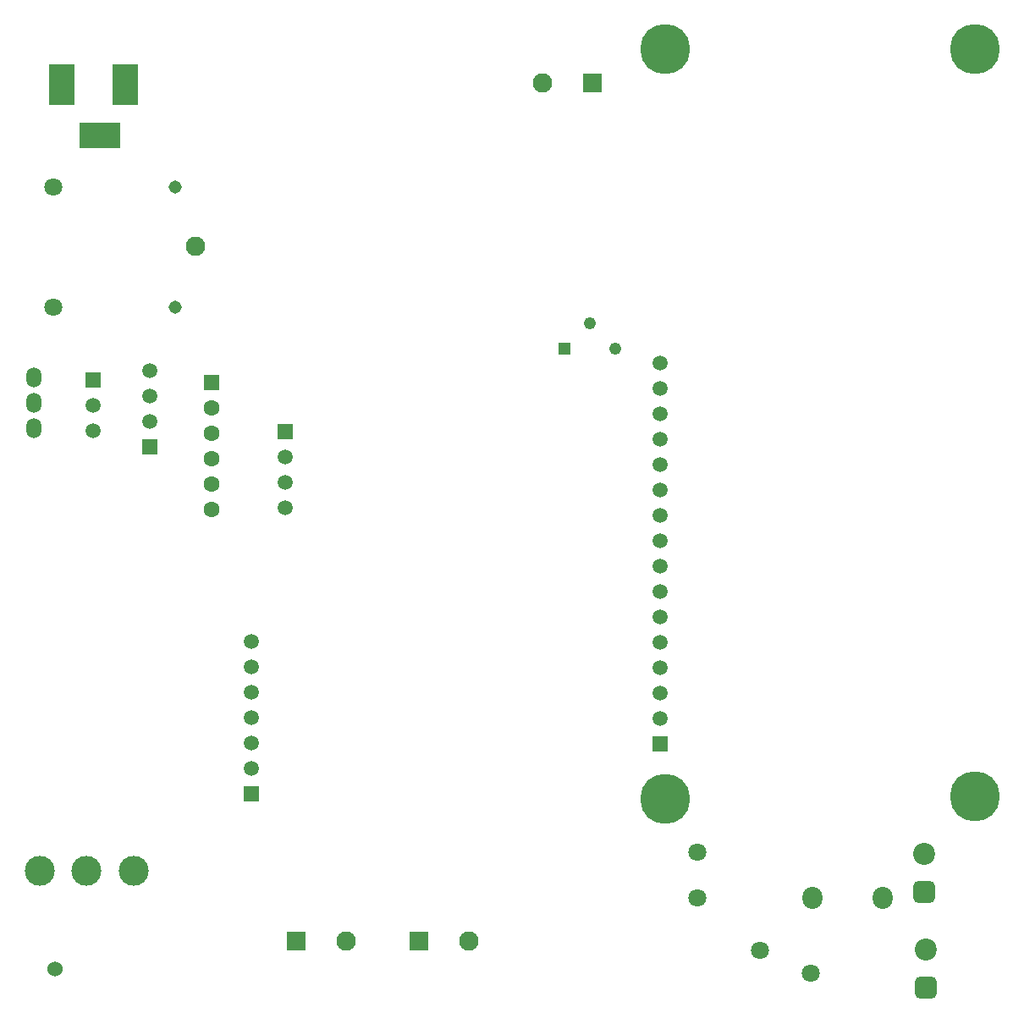
<source format=gbr>
%TF.GenerationSoftware,Altium Limited,Altium Designer,24.9.1 (31)*%
G04 Layer_Color=255*
%FSLAX45Y45*%
%MOMM*%
%TF.SameCoordinates,7A748296-1A33-4DDC-9E1E-CBF8E45EE968*%
%TF.FilePolarity,Positive*%
%TF.FileFunction,Pads,Bot*%
%TF.Part,Single*%
G01*
G75*
%TA.AperFunction,ComponentPad*%
%ADD41C,2.20000*%
G04:AMPARAMS|DCode=42|XSize=2.2mm|YSize=2.2mm|CornerRadius=0.55mm|HoleSize=0mm|Usage=FLASHONLY|Rotation=90.000|XOffset=0mm|YOffset=0mm|HoleType=Round|Shape=RoundedRectangle|*
%AMROUNDEDRECTD42*
21,1,2.20000,1.10000,0,0,90.0*
21,1,1.10000,2.20000,0,0,90.0*
1,1,1.10000,0.55000,0.55000*
1,1,1.10000,0.55000,-0.55000*
1,1,1.10000,-0.55000,-0.55000*
1,1,1.10000,-0.55000,0.55000*
%
%ADD42ROUNDEDRECTD42*%
%ADD43C,1.50000*%
%ADD44R,2.54000X4.06400*%
%ADD45R,4.06400X2.54000*%
%ADD46C,1.30800*%
%ADD47C,1.22200*%
%ADD48C,1.60000*%
%ADD49O,1.50000X2.00000*%
%ADD50C,1.52000*%
%ADD51C,1.95000*%
%ADD52R,1.50800X1.50800*%
%ADD53C,1.50800*%
%ADD54R,1.52000X1.52000*%
%TA.AperFunction,ViaPad*%
%ADD55C,1.52400*%
%TA.AperFunction,ComponentPad*%
%ADD56C,3.00000*%
%ADD57C,1.80000*%
%ADD58R,1.95000X1.95000*%
%ADD59O,2.00000X2.20000*%
%ADD60C,5.00000*%
%ADD61R,1.60000X1.60000*%
%ADD62R,1.22200X1.22200*%
%ADD63R,1.50000X1.50000*%
D41*
X9157062Y647706D02*
D03*
X9141822Y1597666D02*
D03*
D42*
X9157062Y266706D02*
D03*
X9141822Y1216666D02*
D03*
D43*
X2753360Y5321300D02*
D03*
Y5067300D02*
D03*
Y5575300D02*
D03*
D44*
X518160Y9296400D02*
D03*
X1153160D02*
D03*
D45*
X899160Y8788400D02*
D03*
D46*
X1651400Y8270800D02*
D03*
Y7070800D02*
D03*
D47*
X6054000Y6657340D02*
D03*
X5800000Y6911340D02*
D03*
D48*
X2012640Y6061519D02*
D03*
Y5045519D02*
D03*
Y5299519D02*
D03*
Y5553519D02*
D03*
Y5807519D02*
D03*
D49*
X236220Y5859780D02*
D03*
Y6113780D02*
D03*
Y6367780D02*
D03*
D50*
X1391920Y6438900D02*
D03*
X828040Y5831840D02*
D03*
X2413000Y2458720D02*
D03*
Y2966720D02*
D03*
Y3728720D02*
D03*
Y3474720D02*
D03*
Y3220720D02*
D03*
Y2712720D02*
D03*
X828040Y6085840D02*
D03*
X1391920Y6184900D02*
D03*
Y5930900D02*
D03*
D51*
X5326380Y9311640D02*
D03*
X3362960Y730080D02*
D03*
X4589400D02*
D03*
X1851400Y7682800D02*
D03*
D52*
X6500660Y2699460D02*
D03*
D53*
Y3715460D02*
D03*
Y6509460D02*
D03*
Y6255460D02*
D03*
Y6001460D02*
D03*
Y5747460D02*
D03*
Y5493460D02*
D03*
Y5239460D02*
D03*
Y4985460D02*
D03*
Y4731460D02*
D03*
Y4477460D02*
D03*
Y4223460D02*
D03*
Y3461460D02*
D03*
Y3207460D02*
D03*
Y2953460D02*
D03*
Y3969460D02*
D03*
D54*
X2413000Y2204720D02*
D03*
X828040Y6339840D02*
D03*
X1391920Y5676900D02*
D03*
D55*
X450000Y450000D02*
D03*
D56*
X760161Y1428000D02*
D03*
X290161D02*
D03*
X1230161D02*
D03*
D57*
X7500620Y640080D02*
D03*
X8008620Y411480D02*
D03*
X6875340Y1619780D02*
D03*
Y1159780D02*
D03*
X431400Y7070800D02*
D03*
Y8270800D02*
D03*
D58*
X2862960Y730080D02*
D03*
X5826380Y9311640D02*
D03*
X4089400Y730080D02*
D03*
D59*
X8725340Y1159780D02*
D03*
X8025340D02*
D03*
D60*
X6550660Y9649460D02*
D03*
X9650660D02*
D03*
X9650060Y2178360D02*
D03*
X6550660Y2149460D02*
D03*
D61*
X2012640Y6315519D02*
D03*
D62*
X5546000Y6657340D02*
D03*
D63*
X2753360Y5829300D02*
D03*
%TF.MD5,5dc7233d485f06534a170e15aa29b993*%
M02*

</source>
